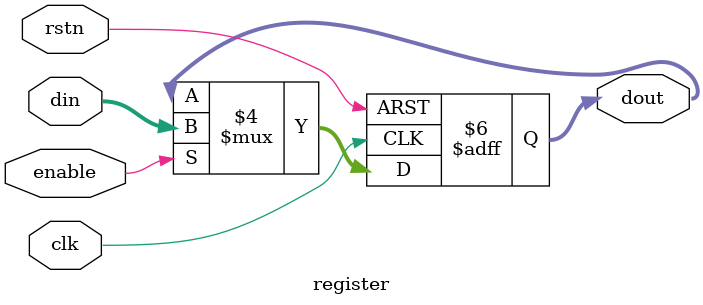
<source format=v>
module register(clk,rstn,enable,din,dout);
    input clk,rstn;
    input [31:0]din;
    output reg [31:0]dout;
    input enable;
    always @(posedge clk or negedge rstn)begin
        if(!rstn) begin 
            dout <= 32'd0;
        end
        else if(enable) begin
            dout <= din;
        end
        else dout <= dout;
    end
endmodule
</source>
